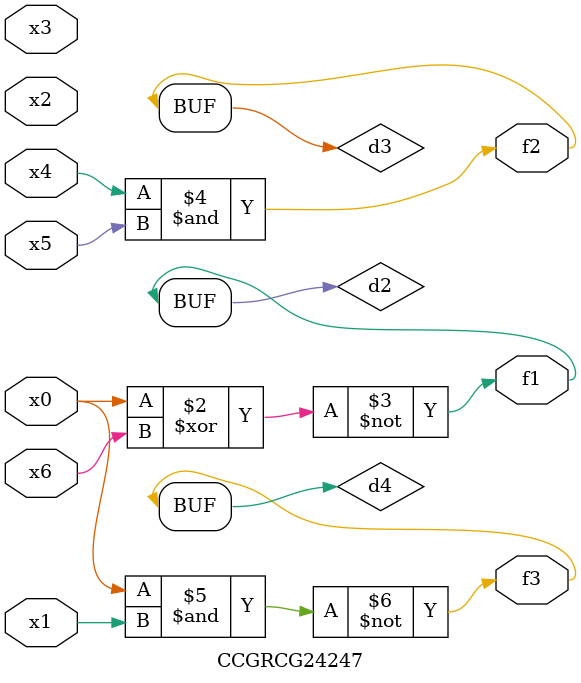
<source format=v>
module CCGRCG24247(
	input x0, x1, x2, x3, x4, x5, x6,
	output f1, f2, f3
);

	wire d1, d2, d3, d4;

	nor (d1, x0);
	xnor (d2, x0, x6);
	and (d3, x4, x5);
	nand (d4, x0, x1);
	assign f1 = d2;
	assign f2 = d3;
	assign f3 = d4;
endmodule

</source>
